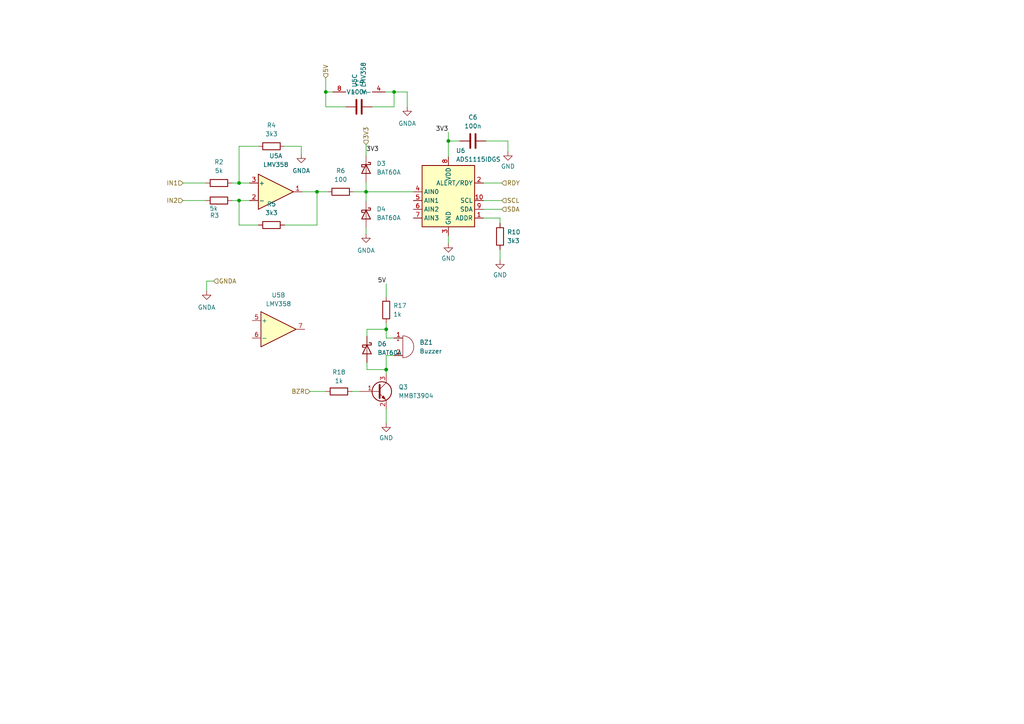
<source format=kicad_sch>
(kicad_sch (version 20230121) (generator eeschema)
  (paper "A4")
  (lib_symbols
    (symbol "Amplifier_Operational:LMV358" (pin_names (offset 0.127))
      (property "Reference" "U" (at 0 5.08 0))
      (property "Value" "LMV358" (at 0 -5.08 0))
      (symbol "LMV358_1_1"
        (polyline (pts (xy -5.08 5.08) (xy 5.08 0) (xy -5.08 -5.08) (xy -5.08 5.08)) (stroke (width 0.254)) (fill (type background)))
        (pin output line (at 7.62 0 180) (length 2.54) (name "~") (number "1"))
        (pin input line (at -7.62 -2.54 0) (length 2.54) (name "-") (number "2"))
        (pin input line (at -7.62 2.54 0) (length 2.54) (name "+") (number "3"))
      )
      (symbol "LMV358_2_1"
        (polyline (pts (xy -5.08 5.08) (xy 5.08 0) (xy -5.08 -5.08) (xy -5.08 5.08)) (stroke (width 0.254)) (fill (type background)))
        (pin input line (at -7.62 2.54 0) (length 2.54) (name "+") (number "5"))
        (pin input line (at -7.62 -2.54 0) (length 2.54) (name "-") (number "6"))
        (pin output line (at 7.62 0 180) (length 2.54) (name "~") (number "7"))
      )
      (symbol "LMV358_3_1"
        (pin power_in line (at -2.54 -7.62 90) (length 3.81) (name "V-") (number "4"))
        (pin power_in line (at -2.54 7.62 270) (length 3.81) (name "V+") (number "8"))
      )
    )
    (symbol "Analog_ADC:ADS1115IDGS"
      (property "Reference" "U" (at 2.54 13.97 0))
      (property "Value" "ADS1115IDGS" (at 7.62 11.43 0))
      (symbol "ADS1115IDGS_0_1"
        (rectangle (start -7.62 10.16) (end 7.62 -7.62) (stroke (width 0.254)) (fill (type background)))
      )
      (symbol "ADS1115IDGS_1_1"
        (pin input line (at 10.16 -5.08 180) (length 2.54) (name "ADDR") (number "1"))
        (pin input line (at 10.16 0 180) (length 2.54) (name "SCL") (number "10"))
        (pin output line (at 10.16 5.08 180) (length 2.54) (name "ALERT/RDY") (number "2"))
        (pin power_in line (at 0 -10.16 90) (length 2.54) (name "GND") (number "3"))
        (pin input line (at -10.16 2.54 0) (length 2.54) (name "AIN0") (number "4"))
        (pin input line (at -10.16 0 0) (length 2.54) (name "AIN1") (number "5"))
        (pin input line (at -10.16 -2.54 0) (length 2.54) (name "AIN2") (number "6"))
        (pin input line (at -10.16 -5.08 0) (length 2.54) (name "AIN3") (number "7"))
        (pin power_in line (at 0 12.7 270) (length 2.54) (name "VDD") (number "8"))
        (pin bidirectional line (at 10.16 -2.54 180) (length 2.54) (name "SDA") (number "9"))
      )
    )
    (symbol "Device:Buzzer" (pin_names (offset 0.0254) hide)
      (property "Reference" "BZ" (at 3.81 1.27 0))
      (property "Value" "Buzzer" (at 3.81 -1.27 0))
      (symbol "Buzzer_0_1"
        (arc (start 0 -3.175) (mid 3.1612 0) (end 0 3.175))
        (polyline (pts (xy -1.651 1.905) (xy -1.143 1.905)))
        (polyline (pts (xy -1.397 2.159) (xy -1.397 1.651)))
        (polyline (pts (xy 0 3.175) (xy 0 -3.175)))
      )
      (symbol "Buzzer_1_1"
        (pin passive line (at -2.54 2.54 0) (length 2.54) (name "+") (number "1"))
        (pin passive line (at -2.54 -2.54 0) (length 2.54) (name "-") (number "2"))
      )
    )
    (symbol "Device:C" (pin_numbers hide) (pin_names (offset 0.254))
      (property "Reference" "C" (at 0.635 2.54 0))
      (property "Value" "C" (at 0.635 -2.54 0))
      (symbol "C_0_1"
        (polyline (pts (xy -2.032 -0.762) (xy 2.032 -0.762)) (stroke (width 0.508)))
        (polyline (pts (xy -2.032 0.762) (xy 2.032 0.762)) (stroke (width 0.508)))
      )
      (symbol "C_1_1"
        (pin passive line (at 0 3.81 270) (length 2.794) (name "~") (number "1"))
        (pin passive line (at 0 -3.81 90) (length 2.794) (name "~") (number "2"))
      )
    )
    (symbol "Device:R" (pin_numbers hide) (pin_names (offset 0))
      (property "Reference" "R" (at 2.032 0 90))
      (property "Value" "R" (at 0 0 90))
      (symbol "R_0_1"
        (rectangle (start -1.016 -2.54) (end 1.016 2.54) (stroke (width 0.254)))
      )
      (symbol "R_1_1"
        (pin passive line (at 0 3.81 270) (length 1.27) (name "~") (number "1"))
        (pin passive line (at 0 -3.81 90) (length 1.27) (name "~") (number "2"))
      )
    )
    (symbol "Diode:BAT60A" (pin_numbers hide) (pin_names (offset 1.016) hide)
      (property "Reference" "D" (at 0 2.54 0))
      (property "Value" "BAT60A" (at 0 -2.54 0))
      (symbol "BAT60A_0_1"
        (polyline (pts (xy 1.27 0) (xy -1.27 0)))
        (polyline (pts (xy 1.27 1.27) (xy 1.27 -1.27) (xy -1.27 0) (xy 1.27 1.27)) (stroke (width 0.254)))
        (polyline (pts (xy -1.905 0.635) (xy -1.905 1.27) (xy -1.27 1.27) (xy -1.27 -1.27) (xy -0.635 -1.27) (xy -0.635 -0.635)) (stroke (width 0.254)))
      )
      (symbol "BAT60A_1_1"
        (pin passive line (at -3.81 0 0) (length 2.54) (name "K") (number "1"))
        (pin passive line (at 3.81 0 180) (length 2.54) (name "A") (number "2"))
      )
    )
    (symbol "Transistor_BJT:MMBT3904" (pin_names (offset 0) hide)
      (property "Reference" "Q" (at 5.08 1.905 0))
      (property "Value" "MMBT3904" (at 5.08 0 0))
      (symbol "MMBT3904_0_1"
        (polyline (pts (xy 0.635 0.635) (xy 2.54 2.54)))
        (polyline (pts (xy 0.635 -0.635) (xy 2.54 -2.54) (xy 2.54 -2.54)))
        (polyline (pts (xy 0.635 1.905) (xy 0.635 -1.905) (xy 0.635 -1.905)) (stroke (width 0.508)))
        (polyline (pts (xy 1.27 -1.778) (xy 1.778 -1.27) (xy 2.286 -2.286) (xy 1.27 -1.778) (xy 1.27 -1.778)) (fill (type outline)))
        (circle (center 1.27 0) (radius 2.8194) (stroke (width 0.254)))
      )
      (symbol "MMBT3904_1_1"
        (pin input line (at -5.08 0 0) (length 5.715) (name "B") (number "1"))
        (pin passive line (at 2.54 -5.08 90) (length 2.54) (name "E") (number "2"))
        (pin passive line (at 2.54 5.08 270) (length 2.54) (name "C") (number "3"))
      )
    )
    (symbol "power:GND" (power) (pin_names (offset 0))
      (property "Value" "GND" (at 0 -3.81 0))
      (symbol "GND_0_1"
        (polyline (pts (xy 0 0) (xy 0 -1.27) (xy 1.27 -1.27) (xy 0 -2.54) (xy -1.27 -1.27) (xy 0 -1.27)))
      )
      (symbol "GND_1_1"
        (pin power_in line (at 0 0 270) (length 0) hide (name "GND") (number "1"))
      )
    )
    (symbol "power:GNDA" (power) (pin_names (offset 0))
      (property "Value" "GNDA" (at 0 -3.81 0))
      (symbol "GNDA_0_1"
        (polyline (pts (xy 0 0) (xy 0 -1.27) (xy 1.27 -1.27) (xy 0 -2.54) (xy -1.27 -1.27) (xy 0 -1.27)))
      )
      (symbol "GNDA_1_1"
        (pin power_in line (at 0 0 270) (length 0) hide (name "GNDA") (number "1"))
      )
    )
  )
  (junction (at 112.014 95.504))
  (junction (at 94.488 26.67))
  (junction (at 114.3 26.67))
  (junction (at 130.048 40.894))
  (junction (at 112.014 107.188))
  (junction (at 69.342 58.166))
  (junction (at 69.342 53.086))
  (junction (at 106.172 55.626))
  (junction (at 91.948 55.626))
  (wire (pts (xy 100.33 30.988) (xy 94.488 30.988)))
  (wire (pts (xy 140.208 63.246) (xy 145.034 63.246)))
  (wire (pts (xy 114.3 103.124) (xy 112.014 103.124)))
  (wire (pts (xy 94.488 26.67) (xy 96.52 26.67)))
  (wire (pts (xy 130.048 68.326) (xy 130.048 70.612)))
  (wire (pts (xy 140.208 60.706) (xy 145.542 60.706)))
  (wire (pts (xy 112.014 118.618) (xy 112.014 122.682)))
  (wire (pts (xy 140.208 58.166) (xy 145.542 58.166)))
  (wire (pts (xy 67.31 58.166) (xy 69.342 58.166)))
  (wire (pts (xy 91.948 55.626) (xy 87.63 55.626)))
  (wire (pts (xy 91.948 55.626) (xy 94.996 55.626)))
  (wire (pts (xy 91.948 65.278) (xy 91.948 55.626)))
  (wire (pts (xy 112.014 82.296) (xy 112.014 86.106)))
  (wire (pts (xy 106.172 55.626) (xy 119.888 55.626)))
  (wire (pts (xy 53.086 58.166) (xy 59.69 58.166)))
  (wire (pts (xy 114.3 98.044) (xy 112.014 98.044)))
  (wire (pts (xy 114.3 30.988) (xy 114.3 26.67)))
  (wire (pts (xy 82.55 65.278) (xy 91.948 65.278)))
  (wire (pts (xy 69.342 42.418) (xy 69.342 53.086)))
  (wire (pts (xy 140.97 40.894) (xy 147.32 40.894)))
  (wire (pts (xy 118.11 26.67) (xy 118.11 30.988)))
  (wire (pts (xy 82.55 42.418) (xy 87.376 42.418)))
  (wire (pts (xy 69.342 65.278) (xy 69.342 58.166)))
  (wire (pts (xy 107.95 30.988) (xy 114.3 30.988)))
  (wire (pts (xy 106.426 97.536) (xy 106.426 95.504)))
  (wire (pts (xy 106.172 41.91) (xy 106.172 45.212)))
  (wire (pts (xy 130.048 40.894) (xy 130.048 45.466)))
  (wire (pts (xy 94.488 22.606) (xy 94.488 26.67)))
  (wire (pts (xy 87.376 42.418) (xy 87.376 44.704)))
  (wire (pts (xy 112.014 103.124) (xy 112.014 107.188)))
  (wire (pts (xy 112.014 95.504) (xy 112.014 93.726)))
  (wire (pts (xy 147.32 40.894) (xy 147.32 43.942)))
  (wire (pts (xy 74.93 65.278) (xy 69.342 65.278)))
  (wire (pts (xy 69.342 53.086) (xy 72.39 53.086)))
  (wire (pts (xy 111.76 26.67) (xy 114.3 26.67)))
  (wire (pts (xy 106.172 66.04) (xy 106.172 67.818)))
  (wire (pts (xy 145.034 63.246) (xy 145.034 64.77)))
  (wire (pts (xy 53.086 53.086) (xy 59.69 53.086)))
  (wire (pts (xy 106.172 55.626) (xy 106.172 58.42)))
  (wire (pts (xy 130.048 40.894) (xy 133.35 40.894)))
  (wire (pts (xy 114.3 26.67) (xy 118.11 26.67)))
  (wire (pts (xy 61.976 81.534) (xy 59.944 81.534)))
  (wire (pts (xy 140.208 53.086) (xy 145.542 53.086)))
  (wire (pts (xy 67.31 53.086) (xy 69.342 53.086)))
  (wire (pts (xy 106.172 52.832) (xy 106.172 55.626)))
  (wire (pts (xy 106.426 105.156) (xy 106.426 107.188)))
  (wire (pts (xy 69.342 58.166) (xy 72.39 58.166)))
  (wire (pts (xy 106.426 107.188) (xy 112.014 107.188)))
  (wire (pts (xy 102.108 113.538) (xy 104.394 113.538)))
  (wire (pts (xy 89.916 113.538) (xy 94.488 113.538)))
  (wire (pts (xy 106.426 95.504) (xy 112.014 95.504)))
  (wire (pts (xy 106.172 55.626) (xy 102.616 55.626)))
  (wire (pts (xy 74.93 42.418) (xy 69.342 42.418)))
  (wire (pts (xy 130.048 38.354) (xy 130.048 40.894)))
  (wire (pts (xy 112.014 98.044) (xy 112.014 95.504)))
  (wire (pts (xy 112.014 107.188) (xy 112.014 108.458)))
  (wire (pts (xy 94.488 30.988) (xy 94.488 26.67)))
  (wire (pts (xy 145.034 72.39) (xy 145.034 75.438)))
  (wire (pts (xy 59.944 81.534) (xy 59.944 84.328)))
  (label "3V3" (at 106.172 44.196 0))
  (label "5V" (at 112.014 82.296 180))
  (label "3V3" (at 130.048 38.354 180))
  (hierarchical_label "SDA" (shape input) (at 145.542 60.706 0))
  (hierarchical_label "IN1" (shape input) (at 53.086 53.086 180))
  (hierarchical_label "GNDA" (shape input) (at 61.976 81.534 0))
  (hierarchical_label "BZR" (shape input) (at 89.916 113.538 180))
  (hierarchical_label "RDY" (shape input) (at 145.542 53.086 0))
  (hierarchical_label "IN2" (shape input) (at 53.086 58.166 180))
  (hierarchical_label "5V" (shape input) (at 94.488 22.606 90))
  (hierarchical_label "3V3" (shape input) (at 106.172 41.91 90))
  (hierarchical_label "SCL" (shape input) (at 145.542 58.166 0))
  (symbol (lib_id "power:GNDA") (at 106.172 67.818 0) (unit 1)
    (property "Reference" "#PWR018" (effects hide))
    (property "Value" "GNDA" (at 106.172 72.644 0))
  )
  (symbol (lib_id "Device:R") (at 78.74 65.278 90) (unit 1)
    (property "Reference" "R5" (at 78.74 59.182 90))
    (property "Value" "3k3" (at 78.74 61.722 90))
    (property "Footprint" "Resistor_SMD:R_0805_2012Metric" (effects hide))
  )
  (symbol (lib_id "Diode:BAT60A") (at 106.426 101.346 270) (unit 1)
    (property "Reference" "D6" (at 109.474 99.7585 90) (effects (justify left)))
    (property "Value" "BAT60A" (at 109.474 102.2985 90) (effects (justify left)))
    (property "Footprint" "Diode_SMD:D_SOD-323" (effects hide))
    (property "Datasheet" "https://www.infineon.com/dgdl/Infineon-BAT60ASERIES-DS-v01_01-en.pdf?fileId=db3a304313d846880113def70c9304a9" (effects hide))
  )
  (symbol (lib_id "Amplifier_Operational:LMV358") (at 104.14 24.13 90) (unit 3)
    (property "Reference" "U5" (at 102.87 25.4 0) (effects (justify left)))
    (property "Value" "LMV358" (at 105.41 25.4 0) (effects (justify left)))
    (property "Footprint" "Package_SO:SOIC-8_3.9x4.9mm_P1.27mm" (effects hide))
    (property "Datasheet" "http://www.ti.com/lit/ds/symlink/lmv324.pdf" (effects hide))
  )
  (symbol (lib_id "power:GND") (at 145.034 75.438 0) (unit 1)
    (property "Reference" "#PWR021" (effects hide))
    (property "Value" "GND" (at 145.034 79.756 0))
  )
  (symbol (lib_id "Device:Buzzer") (at 116.84 100.584 0) (unit 1)
    (property "Reference" "BZ1" (at 121.666 99.314 0) (effects (justify left)))
    (property "Value" "Buzzer" (at 121.666 101.854 0) (effects (justify left)))
    (property "Footprint" "BBG:buzz_14mm_CUI_CEP-1162" (effects hide))
  )
  (symbol (lib_id "Device:R") (at 63.5 53.086 90) (unit 1)
    (property "Reference" "R2" (at 63.5 46.99 90))
    (property "Value" "5k" (at 63.5 49.53 90))
    (property "Footprint" "Resistor_SMD:R_0805_2012Metric" (effects hide))
  )
  (symbol (lib_id "Device:R") (at 145.034 68.58 0) (unit 1)
    (property "Reference" "R10" (at 147.066 67.31 0) (effects (justify left)))
    (property "Value" "3k3" (at 147.066 69.85 0) (effects (justify left)))
    (property "Footprint" "Resistor_SMD:R_0805_2012Metric" (effects hide))
  )
  (symbol (lib_id "Diode:BAT60A") (at 106.172 49.022 270) (unit 1)
    (property "Reference" "D3" (at 109.22 47.4345 90) (effects (justify left)))
    (property "Value" "BAT60A" (at 109.22 49.9745 90) (effects (justify left)))
    (property "Footprint" "Diode_SMD:D_SOD-323" (effects hide))
    (property "Datasheet" "https://www.infineon.com/dgdl/Infineon-BAT60ASERIES-DS-v01_01-en.pdf?fileId=db3a304313d846880113def70c9304a9" (effects hide))
  )
  (symbol (lib_id "Device:R") (at 78.74 42.418 90) (unit 1)
    (property "Reference" "R4" (at 78.74 36.322 90))
    (property "Value" "3k3" (at 78.74 38.862 90))
    (property "Footprint" "Resistor_SMD:R_0805_2012Metric" (effects hide))
  )
  (symbol (lib_id "Device:R") (at 98.806 55.626 90) (unit 1)
    (property "Reference" "R6" (at 98.806 49.53 90))
    (property "Value" "100" (at 98.806 52.07 90))
    (property "Footprint" "Resistor_SMD:R_0805_2012Metric" (effects hide))
  )
  (symbol (lib_id "power:GNDA") (at 118.11 30.988 0) (unit 1)
    (property "Reference" "#PWR017" (effects hide))
    (property "Value" "GNDA" (at 118.11 35.814 0))
  )
  (symbol (lib_id "Device:R") (at 112.014 89.916 180) (unit 1)
    (property "Reference" "R17" (at 114.046 88.646 0) (effects (justify right)))
    (property "Value" "1k" (at 114.046 91.186 0) (effects (justify right)))
    (property "Footprint" "Resistor_SMD:R_0805_2012Metric" (effects hide))
  )
  (symbol (lib_id "Device:R") (at 98.298 113.538 270) (unit 1)
    (property "Reference" "R18" (at 98.298 107.95 90))
    (property "Value" "1k" (at 98.298 110.49 90))
    (property "Footprint" "Resistor_SMD:R_0805_2012Metric" (effects hide))
  )
  (symbol (lib_id "power:GND") (at 130.048 70.612 0) (unit 1)
    (property "Reference" "#PWR022" (effects hide))
    (property "Value" "GND" (at 130.048 74.93 0))
  )
  (symbol (lib_id "Device:C") (at 137.16 40.894 90) (unit 1)
    (property "Reference" "C6" (at 137.16 34.036 90))
    (property "Value" "100n" (at 137.16 36.576 90))
    (property "Footprint" "Capacitor_SMD:C_0805_2012Metric" (effects hide))
  )
  (symbol (lib_id "Transistor_BJT:MMBT3904") (at 109.474 113.538 0) (unit 1)
    (property "Reference" "Q3" (at 115.57 112.268 0) (effects (justify left)))
    (property "Value" "MMBT3904" (at 115.57 114.808 0) (effects (justify left)))
    (property "Footprint" "Package_TO_SOT_SMD:SOT-23" (effects hide))
    (property "Datasheet" "https://www.onsemi.com/pdf/datasheet/pzt3904-d.pdf" (effects hide))
  )
  (symbol (lib_id "power:GND") (at 147.32 43.942 0) (unit 1)
    (property "Reference" "#PWR023" (effects hide))
    (property "Value" "GND" (at 147.32 48.26 0))
  )
  (symbol (lib_id "Device:C") (at 104.14 30.988 90) (unit 1)
    (property "Reference" "C5" (at 104.14 24.13 90))
    (property "Value" "100n" (at 104.14 26.67 90))
    (property "Footprint" "Capacitor_SMD:C_0805_2012Metric" (effects hide))
  )
  (symbol (lib_id "Diode:BAT60A") (at 106.172 62.23 270) (unit 1)
    (property "Reference" "D4" (at 109.22 60.6425 90) (effects (justify left)))
    (property "Value" "BAT60A" (at 109.22 63.1825 90) (effects (justify left)))
    (property "Footprint" "Diode_SMD:D_SOD-323" (effects hide))
    (property "Datasheet" "https://www.infineon.com/dgdl/Infineon-BAT60ASERIES-DS-v01_01-en.pdf?fileId=db3a304313d846880113def70c9304a9" (effects hide))
  )
  (symbol (lib_id "Amplifier_Operational:LMV358") (at 80.772 95.504 0) (unit 2)
    (property "Reference" "U5" (at 80.772 85.598 0))
    (property "Value" "LMV358" (at 80.772 88.138 0))
    (property "Footprint" "Package_SO:SOIC-8_3.9x4.9mm_P1.27mm" (effects hide))
    (property "Datasheet" "http://www.ti.com/lit/ds/symlink/lmv324.pdf" (effects hide))
  )
  (symbol (lib_id "power:GNDA") (at 59.944 84.328 0) (unit 1)
    (property "Reference" "#PWR019" (effects hide))
    (property "Value" "GNDA" (at 59.944 89.154 0))
  )
  (symbol (lib_id "power:GND") (at 112.014 122.682 0) (unit 1)
    (property "Reference" "#PWR033" (effects hide))
    (property "Value" "GND" (at 112.014 127 0))
  )
  (symbol (lib_id "Amplifier_Operational:LMV358") (at 80.01 55.626 0) (unit 1)
    (property "Reference" "U5" (at 80.01 45.212 0))
    (property "Value" "LMV358" (at 80.01 47.752 0))
    (property "Footprint" "Package_SO:SOIC-8_3.9x4.9mm_P1.27mm" (effects hide))
    (property "Datasheet" "http://www.ti.com/lit/ds/symlink/lmv324.pdf" (effects hide))
  )
  (symbol (lib_id "Device:R") (at 63.5 58.166 90) (unit 1)
    (property "Reference" "R3" (at 62.23 62.484 90))
    (property "Value" "5k" (at 61.976 60.452 90))
    (property "Footprint" "Resistor_SMD:R_0805_2012Metric" (effects hide))
  )
  (symbol (lib_id "Analog_ADC:ADS1115IDGS") (at 130.048 58.166 0) (unit 1)
    (property "Reference" "U6" (at 132.2421 43.688 0) (effects (justify left)))
    (property "Value" "ADS1115IDGS" (at 132.2421 46.228 0) (effects (justify left)))
    (property "Footprint" "Package_SO:TSSOP-10_3x3mm_P0.5mm" (effects hide))
    (property "Datasheet" "http://www.ti.com/lit/ds/symlink/ads1113.pdf" (effects hide))
  )
  (symbol (lib_id "power:GNDA") (at 87.376 44.704 0) (unit 1)
    (property "Reference" "#PWR015" (effects hide))
    (property "Value" "GNDA" (at 87.376 49.53 0))
  )
)
</source>
